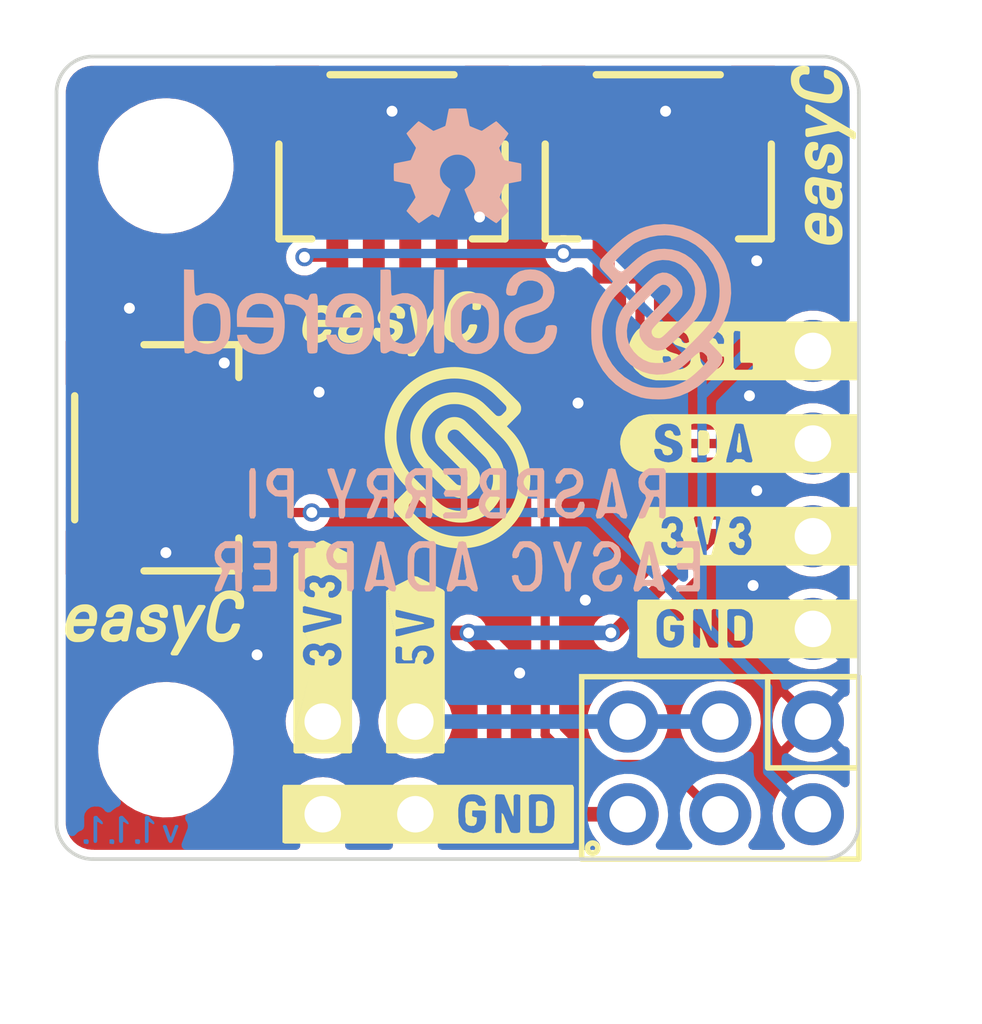
<source format=kicad_pcb>
(kicad_pcb (version 20210623) (generator pcbnew)
  (title_block (title "Raspberry Pi easyC adapter") (date "2021-07-12") (rev "V1.1.1.") (company "SOLDERED") (comment 1 "333019"))
  (layers (0 "F.Cu" signal) (31 "B.Cu" signal) (34 "B.Paste" user) (35 "F.Paste" user) (36 "B.SilkS" user "B.Silkscreen") (37 "F.SilkS" user "F.Silkscreen") (38 "B.Mask" user) (39 "F.Mask" user) (44 "Edge.Cuts" user))
  (net 0 "")
  (net 1 "5V")
  (net 2 "GND")
  (net 3 "3V3")
  (net 4 "SCL")
  (net 5 "SDA")
  (footprint "e-radionica.com footprinti:HOLE_3.2mm" (layer "F.Cu") (at 103 106)
    (fp_text reference "H2" hide)
    (fp_text value "HOLE_3.2mm" hide)
    (pad "" np_thru_hole circle locked (at 0 0) (size 3.2 3.2) (drill 3.2) (layers F&B.Cu *.Mask))
  )
  (footprint "buzzardLabel" (layer "F.Cu") (at 122.4 113.61)
    (fp_text reference "" (at 0 0) (layer "F.SilkS") (effects (font (size 1.27 1.27))))
    (fp_text value "" (at 0 0) (layer "F.SilkS") (effects (font (size 1.27 1.27))))
  )
  (footprint "Soldered Graphics:Logo-Back-OSH-3.5mm" (layer "F.Cu") (at 111 106)
    (fp_text reference "G***" hide)
    (fp_text value "LOGO" hide)
  )
  (footprint "buzzardLabel" (layer "F.Cu") (at 122.4 118.69)
    (fp_text reference "" (at 0 0) (layer "F.SilkS") (effects (font (size 1.27 1.27))))
    (fp_text value "" (at 0 0) (layer "F.SilkS") (effects (font (size 1.27 1.27))))
  )
  (footprint "e-radionica.com footprinti:HOLE_3.2mm" (layer "F.Cu") (at 103 122)
    (fp_text reference "H1" hide)
    (fp_text value "HOLE_3.2mm" hide)
    (pad "" np_thru_hole circle locked (at 0 0) (size 3.2 3.2) (drill 3.2) (layers F&B.Cu *.Mask))
  )
  (footprint "buzzardLabel" (layer "F.Cu") (at 109.84 122.5 90)
    (fp_text reference "" (at 0 0 90) (layer "F.SilkS") (effects (font (size 1.27 1.27))))
    (fp_text value "" (at 0 0 90) (layer "F.SilkS") (effects (font (size 1.27 1.27))))
  )
  (footprint "Soldered Graphics:Logo-Front-easyC-5mm" (layer "F.Cu") (at 102.7 118.5)
    (fp_text reference "G***" hide)
    (fp_text value "LOGO" hide)
  )
  (footprint "Soldered Graphics:Logo-Front-Soldered-5mm" (layer "F.Cu") (at 111 114)
    (fp_text reference "G***" hide)
    (fp_text value "LOGO" hide)
  )
  (footprint "e-radionica.com footprinti:HEADER_MALE_2X1" (layer "F.Cu") (at 107.3 122.5 90)
    (fp_text reference "K2")
    (fp_text value "HEADER_MALE_2X1")
    (pad "1" thru_hole circle locked (at -1.27 0 90) (size 1.524 1.524) (drill 1) (layers *.Cu *.Mask) (net 2 "GND"))
    (pad "2" thru_hole circle locked (at 1.27 0 90) (size 1.524 1.524) (drill 1) (layers *.Cu *.Mask) (net 3 "3V3"))
  )
  (footprint "buzzardLabel" (layer "F.Cu") (at 107.3 122.5 90)
    (fp_text reference "" (at 0 0 90) (layer "F.SilkS") (effects (font (size 1.27 1.27))))
    (fp_text value "" (at 0 0 90) (layer "F.SilkS") (effects (font (size 1.27 1.27))))
  )
  (footprint "e-radionica.com footprinti:HEADER_MALE_4X1" (layer "F.Cu") (at 120.74 114.88 90)
    (fp_text reference "K6")
    (fp_text value "HEADER_MALE_4X1")
    (pad "1" thru_hole circle locked (at -3.81 0 90) (size 1.7 1.7) (drill 1) (layers *.Cu *.Mask) (net 2 "GND"))
    (pad "2" thru_hole circle locked (at -1.27 0 90) (size 1.7 1.7) (drill 1) (layers *.Cu *.Mask) (net 3 "3V3"))
    (pad "3" thru_hole circle locked (at 1.27 0 90) (size 1.7 1.7) (drill 1) (layers *.Cu *.Mask) (net 5 "SDA"))
    (pad "4" thru_hole circle locked (at 3.81 0 90) (size 1.7 1.7) (drill 1) (layers *.Cu *.Mask) (net 4 "SCL"))
  )
  (footprint "buzzardLabel" (layer "F.Cu") (at 122.4 111.07)
    (fp_text reference "" (at 0 0) (layer "F.SilkS") (effects (font (size 1.27 1.27))))
    (fp_text value "" (at 0 0) (layer "F.SilkS") (effects (font (size 1.27 1.27))))
  )
  (footprint "Soldered Graphics:Logo-Back-SolderedFULL-15mm" (layer "F.Cu") (at 111 110)
    (fp_text reference "REF**" hide)
    (fp_text value "Logo-Front-SolderedFULL-15mm" hide)
  )
  (footprint "e-radionica.com footprinti:FIDUCIAL_23" (layer "F.Cu") (at 101.9 114)
    (fp_text reference "FD1")
    (fp_text value "FIDUCIAL")
    (fp_circle (center 0 0) (end 1 0) (layer "F.Cu") (width 0.2) (fill none))
    (pad "1" smd circle (at 0 0) (size 1 1) (layers "F.Cu" "F.Paste" "F.Mask") (clearance 1.1))
  )
  (footprint "Soldered Graphics:Logo-Front-easyC-5mm" (layer "F.Cu") (at 121 105.7 90)
    (fp_text reference "G***" hide)
    (fp_text value "LOGO" hide)
  )
  (footprint "e-radionica.com footprinti:HEADER_MALE_2X1" (layer "F.Cu") (at 109.84 122.5 90)
    (fp_text reference "K1")
    (fp_text value "HEADER_MALE_2X1")
    (pad "1" thru_hole circle locked (at -1.27 0 90) (size 1.524 1.524) (drill 1) (layers *.Cu *.Mask) (net 2 "GND"))
    (pad "2" thru_hole circle locked (at 1.27 0 90) (size 1.524 1.524) (drill 1) (layers *.Cu *.Mask) (net 1 "5V"))
  )
  (footprint "buzzardLabel" (layer "F.Cu") (at 105.8 123.77)
    (fp_text reference "" (at 0 0) (layer "F.SilkS") (effects (font (size 1.27 1.27))))
    (fp_text value "" (at 0 0) (layer "F.SilkS") (effects (font (size 1.27 1.27))))
  )
  (footprint "buzzardLabel" (layer "F.Cu") (at 122.4 116.15)
    (fp_text reference "" (at 0 0) (layer "F.SilkS") (effects (font (size 1.27 1.27))))
    (fp_text value "" (at 0 0) (layer "F.SilkS") (effects (font (size 1.27 1.27))))
  )
  (footprint "Soldered Graphics:Logo-Front-easyC-5mm" (layer "F.Cu") (at 109.2 110.3)
    (fp_text reference "G***" hide)
    (fp_text value "LOGO" hide)
  )
  (footprint "e-radionica.com footprinti:easyC-connector" (layer "F.Cu") (at 103.3 114 90)
    (fp_text reference "K7")
    (fp_text value "easyC-SMD")
    (pad "1" smd rect locked (at -1.5 2.15 90) (size 0.6 1.55) (layers "F.Cu" "F.Paste" "F.Mask") (net 4 "SCL"))
    (pad "2" smd rect locked (at -0.5 2.15 90) (size 0.6 1.55) (layers "F.Cu" "F.Paste" "F.Mask") (net 5 "SDA"))
    (pad "3" smd rect locked (at 0.5 2.15 90) (size 0.6 1.55) (layers "F.Cu" "F.Paste" "F.Mask") (net 3 "3V3"))
    (pad "4" smd rect locked (at 1.5 2.15 90) (size 0.6 1.55) (layers "F.Cu" "F.Paste" "F.Mask") (net 2 "GND"))
    (pad "5" smd rect locked (at -2.6 -2.15 90) (size 1.2 1.8) (layers "F.Cu" "F.Paste" "F.Mask") (net 2 "GND"))
    (pad "5" smd rect locked (at 2.6 -2.15 90) (size 1.2 1.8) (layers "F.Cu" "F.Paste" "F.Mask") (net 2 "GND"))
  )
  (footprint "e-radionica.com footprinti:easyC-connector" (layer "F.Cu") (at 116.5 106.3)
    (fp_text reference "K4")
    (fp_text value "easyC-SMD")
    (pad "1" smd rect locked (at -1.5 2.15) (size 0.6 1.55) (layers "F.Cu" "F.Paste" "F.Mask") (net 4 "SCL"))
    (pad "2" smd rect locked (at -0.5 2.15) (size 0.6 1.55) (layers "F.Cu" "F.Paste" "F.Mask") (net 5 "SDA"))
    (pad "3" smd rect locked (at 0.5 2.15) (size 0.6 1.55) (layers "F.Cu" "F.Paste" "F.Mask") (net 3 "3V3"))
    (pad "4" smd rect locked (at 1.5 2.15) (size 0.6 1.55) (layers "F.Cu" "F.Paste" "F.Mask") (net 2 "GND"))
    (pad "5" smd rect locked (at 2.6 -2.15) (size 1.2 1.8) (layers "F.Cu" "F.Paste" "F.Mask") (net 2 "GND"))
    (pad "5" smd rect locked (at -2.6 -2.15) (size 1.2 1.8) (layers "F.Cu" "F.Paste" "F.Mask") (net 2 "GND"))
  )
  (footprint "e-radionica.com footprinti:easyC-connector" (layer "F.Cu") (at 109.2 106.3)
    (fp_text reference "K5")
    (fp_text value "easyC-SMD")
    (pad "1" smd rect locked (at -1.5 2.15) (size 0.6 1.55) (layers "F.Cu" "F.Paste" "F.Mask") (net 4 "SCL"))
    (pad "2" smd rect locked (at -0.5 2.15) (size 0.6 1.55) (layers "F.Cu" "F.Paste" "F.Mask") (net 5 "SDA"))
    (pad "3" smd rect locked (at 0.5 2.15) (size 0.6 1.55) (layers "F.Cu" "F.Paste" "F.Mask") (net 3 "3V3"))
    (pad "4" smd rect locked (at 1.5 2.15) (size 0.6 1.55) (layers "F.Cu" "F.Paste" "F.Mask") (net 2 "GND"))
    (pad "5" smd rect locked (at 2.6 -2.15) (size 1.2 1.8) (layers "F.Cu" "F.Paste" "F.Mask") (net 2 "GND"))
    (pad "5" smd rect locked (at -2.6 -2.15) (size 1.2 1.8) (layers "F.Cu" "F.Paste" "F.Mask") (net 2 "GND"))
  )
  (footprint "e-radionica.com footprinti:HEADER_MALE_3X2" (layer "F.Cu") (at 118.2 122.5)
    (fp_text reference "K3")
    (fp_text value "HEADER_MALE_3X2")
    (pad "1" thru_hole circle locked (at -2.54 1.27) (size 1.7 1.7) (drill 1) (layers *.Cu *.Mask) (net 3 "3V3"))
    (pad "2" thru_hole circle locked (at 0 1.27) (size 1.7 1.7) (drill 1) (layers *.Cu *.Mask) (net 5 "SDA"))
    (pad "3" thru_hole circle locked (at 2.54 1.27) (size 1.7 1.7) (drill 1) (layers *.Cu *.Mask) (net 4 "SCL"))
    (pad "4" thru_hole circle locked (at 2.54 -1.27) (size 1.7 1.7) (drill 1) (layers *.Cu *.Mask) (net 2 "GND"))
    (pad "5" thru_hole circle locked (at 0 -1.27) (size 1.7 1.7) (drill 1) (layers *.Cu *.Mask) (net 1 "5V"))
    (pad "6" thru_hole circle locked (at -2.54 -1.27) (size 1.7 1.7) (drill 1) (layers *.Cu *.Mask) (net 1 "5V"))
  )
  (footprint "buzzardLabel" (layer "B.Cu") (at 111 117 180)
    (fp_text reference "" (at 0 0) (layer "B.SilkS") (effects (font (size 1.27 1.27)) (justify mirror)))
    (fp_text value "" (at 0 0) (layer "B.SilkS") (effects (font (size 1.27 1.27)) (justify mirror)))
  )
  (footprint "Soldered Graphics:Version1.1.1." (layer "B.Cu") (at 102 124.2 180)
    (fp_text reference "REF**" hide)
    (fp_text value "Version1.1.1." hide)
    (fp_poly (pts (xy 1.14 -0.38) (xy 1.19 -0.38) (xy 1.24 -0.37) (xy 1.25 -0.33) (xy 1.25 -0.27) (xy 1.2 -0.26) (xy 1.15 -0.26) (xy 1.12 -0.29) (xy 1.12 -0.34) (xy 1.14 -0.38)) (layer "B.Cu") (width 0.01) (fill solid))
    (fp_poly (pts (xy -0.5 -0.35) (xy -0.44 -0.35) (xy -0.43 -0.31) (xy -0.43 0.35) (xy -0.46 0.38) (xy -0.52 0.38) (xy -0.55 0.34) (xy -0.67 0.22) (xy -0.68 0.17) (xy -0.65 0.16) (xy -0.56 0.22) (xy -0.52 0.23) (xy -0.52 -0.31) (xy -0.5 -0.35)) (layer "B.Cu") (width 0.01) (fill solid))
    (fp_poly (pts (xy -1.15 -0.35) (xy -1.1 -0.35) (xy -1.07 -0.31) (xy -0.92 0.1) (xy -0.94 0.13) (xy -0.99 0.13) (xy -1.02 0.1) (xy -1.11 -0.16) (xy -1.13 -0.21) (xy -1.15 -0.17) (xy -1.24 0.09) (xy -1.26 0.13) (xy -1.32 0.13) (xy -1.34 0.1) (xy -1.18 -0.31) (xy -1.15 -0.35)) (layer "B.Cu") (width 0.01) (fill solid))
    (fp_poly (pts (xy 0.91 -0.35) (xy 0.96 -0.35) (xy 0.98 -0.31) (xy 0.98 0.35) (xy 0.95 0.38) (xy 0.89 0.38) (xy 0.86 0.34) (xy 0.74 0.22) (xy 0.73 0.17) (xy 0.76 0.16) (xy 0.85 0.22) (xy 0.89 0.23) (xy 0.89 -0.31) (xy 0.91 -0.35)) (layer "B.Cu") (width 0.01) (fill solid))
    (fp_poly (pts (xy 0.21 -0.35) (xy 0.26 -0.35) (xy 0.28 -0.31) (xy 0.28 0.35) (xy 0.24 0.38) (xy 0.19 0.38) (xy 0.15 0.34) (xy 0.04 0.22) (xy 0.02 0.17) (xy 0.05 0.16) (xy 0.14 0.22) (xy 0.18 0.23) (xy 0.18 -0.31) (xy 0.21 -0.35)) (layer "B.Cu") (width 0.01) (fill solid))
    (fp_poly (pts (xy -0.27 -0.38) (xy -0.22 -0.38) (xy -0.17 -0.37) (xy -0.16 -0.33) (xy -0.16 -0.27) (xy -0.21 -0.26) (xy -0.26 -0.26) (xy -0.29 -0.29) (xy -0.29 -0.34) (xy -0.27 -0.38)) (layer "B.Cu") (width 0.01) (fill solid))
    (fp_poly (pts (xy 0.43 -0.38) (xy 0.48 -0.38) (xy 0.54 -0.37) (xy 0.54 -0.33) (xy 0.54 -0.27) (xy 0.5 -0.26) (xy 0.45 -0.26) (xy 0.42 -0.29) (xy 0.42 -0.34) (xy 0.43 -0.38)) (layer "B.Cu") (width 0.01) (fill solid))
  )
  (footprint "buzzardLabel" (layer "B.Cu") (at 111 115 180)
    (fp_text reference "" (at 0 0) (layer "B.SilkS") (effects (font (size 1.27 1.27)) (justify mirror)))
    (fp_text value "" (at 0 0) (layer "B.SilkS") (effects (font (size 1.27 1.27)) (justify mirror)))
  )
  (gr_circle (center 114.7 124.7) (end 114.8 124.6) (layer "F.SilkS") (width 0.15) (fill none))
  (gr_rect (start 114.4 120) (end 122 125) (layer "F.SilkS") (width 0.15) (fill none))
  (gr_rect (start 119.5 120) (end 122 122.5) (layer "F.SilkS") (width 0.15) (fill none))
  (gr_line (start 122 104) (end 122 124) (layer "Edge.Cuts") (width 0.1))
  (gr_arc (start 121 104) (end 121 103) (angle 90) (layer "Edge.Cuts") (width 0.1))
  (gr_line (start 100 124) (end 100 104) (layer "Edge.Cuts") (width 0.1))
  (gr_line (start 121 125) (end 101 125) (layer "Edge.Cuts") (width 0.1))
  (gr_arc (start 121 124) (end 122 124) (angle 90) (layer "Edge.Cuts") (width 0.1))
  (gr_arc (start 101 104) (end 101 103) (angle -90) (layer "Edge.Cuts") (width 0.1))
  (gr_line (start 101 103) (end 121 103) (layer "Edge.Cuts") (width 0.1))
  (gr_arc (start 101 124) (end 101 125) (angle 90) (layer "Edge.Cuts") (width 0.1))
  (segment (start 115.66 121.23) (end 109.84 121.23) (width 0.4) (layer "B.Cu") (net 1))
  (segment (start 115.66 121.23) (end 118.2 121.23) (width 0.4) (layer "B.Cu") (net 1))
  (via (at 119 112.3) (size 0.5) (drill 0.3) (layers "F.Cu" "B.Cu") (net 2))
  (via (at 102 109.9) (size 0.5) (drill 0.3) (layers "F.Cu" "B.Cu") (net 2))
  (via (at 107.2 112.2) (size 0.5) (drill 0.3) (layers "F.Cu" "B.Cu") (net 2))
  (via (at 114.5 117.9) (size 0.5) (drill 0.3) (layers "F.Cu" "B.Cu") (net 2))
  (via (at 111.6 107.4) (size 0.5) (drill 0.3) (layers "F.Cu" "B.Cu") (net 2))
  (via (at 109.2 104.5) (size 0.5) (drill 0.3) (layers "F.Cu" "B.Cu") (net 2))
  (via (at 103 116.6) (size 0.5) (drill 0.3) (layers "F.Cu" "B.Cu") (net 2))
  (via (at 119.1 117.5) (size 0.5) (drill 0.3) (layers "F.Cu" "B.Cu") (net 2))
  (via (at 105.5 119.4) (size 0.5) (drill 0.3) (layers "F.Cu" "B.Cu") (net 2))
  (via (at 119.2 114.9) (size 0.5) (drill 0.3) (layers "F.Cu" "B.Cu") (net 2))
  (via (at 116.7 104.5) (size 0.5) (drill 0.3) (layers "F.Cu" "B.Cu") (net 2))
  (via (at 119.2 108.6) (size 0.5) (drill 0.3) (layers "F.Cu" "B.Cu") (net 2))
  (via (at 114.3 112.5) (size 0.5) (drill 0.3) (layers "F.Cu" "B.Cu") (net 2))
  (via (at 104.6 111.4) (size 0.5) (drill 0.3) (layers "F.Cu" "B.Cu") (net 2))
  (via (at 112.7 119.9) (size 0.5) (drill 0.3) (layers "F.Cu" "B.Cu") (net 2))
  (segment (start 113.37 123.77) (end 112 122.4) (width 0.4) (layer "F.Cu") (net 3))
  (segment (start 106.5 118.8) (end 103.8 116.1) (width 0.4) (layer "F.Cu") (net 3))
  (segment (start 115.66 123.77) (end 113.37 123.77) (width 0.4) (layer "F.Cu") (net 3))
  (segment (start 108.1 118.8) (end 107.3 119.6) (width 0.4) (layer "F.Cu") (net 3))
  (segment (start 115.3 118.8) (end 117.95 116.15) (width 0.4) (layer "F.Cu") (net 3))
  (segment (start 104.4 113.5) (end 105.45 113.5) (width 0.4) (layer "F.Cu") (net 3))
  (segment (start 112 122.4) (end 112 119.5) (width 0.4) (layer "F.Cu") (net 3))
  (segment (start 117 107.1) (end 116.4 106.5) (width 0.4) (layer "F.Cu") (net 3))
  (segment (start 103.8 116.1) (end 103.8 114.1) (width 0.4) (layer "F.Cu") (net 3))
  (segment (start 112 119.5) (end 111.3 118.8) (width 0.4) (layer "F.Cu") (net 3))
  (segment (start 115.2 118.8) (end 115.3 118.8) (width 0.4) (layer "F.Cu") (net 3))
  (segment (start 109 106.5) (end 109.7 107.2) (width 0.4) (layer "F.Cu") (net 3))
  (segment (start 103.8 114.1) (end 104.4 113.5) (width 0.4) (layer "F.Cu") (net 3))
  (segment (start 107.2 106.5) (end 109 106.5) (width 0.4) (layer "F.Cu") (net 3))
  (segment (start 109.7 107.2) (end 109.7 108.45) (width 0.4) (layer "F.Cu") (net 3))
  (segment (start 108.1 118.8) (end 106.5 118.8) (width 0.4) (layer "F.Cu") (net 3))
  (segment (start 111.3 118.8) (end 108.1 118.8) (width 0.4) (layer "F.Cu") (net 3))
  (segment (start 103.8 109.9) (end 107.2 106.5) (width 0.4) (layer "F.Cu") (net 3))
  (segment (start 116.4 106.5) (end 109 106.5) (width 0.4) (layer "F.Cu") (net 3))
  (segment (start 107.3 119.6) (end 107.3 121.23) (width 0.4) (layer "F.Cu") (net 3))
  (segment (start 117.95 116.15) (end 120.74 116.15) (width 0.4) (layer "F.Cu") (net 3))
  (segment (start 103.8 114.1) (end 103.8 109.9) (width 0.4) (layer "F.Cu") (net 3))
  (segment (start 117 108.45) (end 117 107.1) (width 0.4) (layer "F.Cu") (net 3))
  (via (at 115.2 118.8) (size 0.5) (drill 0.3) (layers "F.Cu" "B.Cu") (net 3))
  (via (at 111.3 118.8) (size 0.5) (drill 0.3) (layers "F.Cu" "B.Cu") (net 3))
  (segment (start 115.2 118.8) (end 111.3 118.8) (width 0.4) (layer "B.Cu") (net 3))
  (segment (start 113.9 108.4) (end 114.95 108.4) (width 0.254) (layer "F.Cu") (net 4))
  (segment (start 114.95 108.4) (end 115 108.45) (width 0.254) (layer "F.Cu") (net 4))
  (segment (start 105.45 115.5) (end 107 115.5) (width 0.254) (layer "F.Cu") (net 4))
  (segment (start 107.65 108.5) (end 107.7 108.45) (width 0.254) (layer "F.Cu") (net 4))
  (segment (start 106.8 108.5) (end 107.65 108.5) (width 0.254) (layer "F.Cu") (net 4))
  (via (at 113.9 108.4) (size 0.5) (drill 0.3) (layers "F.Cu" "B.Cu") (net 4))
  (via (at 107 115.5) (size 0.5) (drill 0.3) (layers "F.Cu" "B.Cu") (net 4))
  (via (at 106.8 108.5) (size 0.5) (drill 0.3) (layers "F.Cu" "B.Cu") (net 4))
  (segment (start 118.93 111.07) (end 120.74 111.07) (width 0.254) (layer "B.Cu") (net 4))
  (segment (start 107 115.5) (end 114.7 115.5) (width 0.254) (layer "B.Cu") (net 4))
  (segment (start 117.7 111.5) (end 117.7 112.3) (width 0.254) (layer "B.Cu") (net 4))
  (segment (start 119.5 122.6) (end 119.5 120.3) (width 0.254) (layer "B.Cu") (net 4))
  (segment (start 106.9 108.4) (end 106.8 108.5) (width 0.254) (layer "B.Cu") (net 4))
  (segment (start 114.6 108.4) (end 117.7 111.5) (width 0.254) (layer "B.Cu") (net 4))
  (segment (start 117.7 112.3) (end 118.93 111.07) (width 0.254) (layer "B.Cu") (net 4))
  (segment (start 120.67 123.77) (end 119.5 122.6) (width 0.254) (layer "B.Cu") (net 4))
  (segment (start 119.5 120.3) (end 117.7 118.5) (width 0.254) (layer "B.Cu") (net 4))
  (segment (start 120.74 123.77) (end 120.67 123.77) (width 0.254) (layer "B.Cu") (net 4))
  (segment (start 114.7 115.5) (end 117.7 118.5) (width 0.254) (layer "B.Cu") (net 4))
  (segment (start 113.9 108.4) (end 106.9 108.4) (width 0.254) (layer "B.Cu") (net 4))
  (segment (start 117.7 118.5) (end 117.7 112.3) (width 0.254) (layer "B.Cu") (net 4))
  (segment (start 113.9 108.4) (end 114.6 108.4) (width 0.254) (layer "B.Cu") (net 4))
  (segment (start 118.2 123.77) (end 118.07 123.77) (width 0.254) (layer "F.Cu") (net 5))
  (segment (start 113.4 121.6) (end 113.4 114.5) (width 0.254) (layer "F.Cu") (net 5))
  (segment (start 116 112.9) (end 115.29 113.61) (width 0.254) (layer "F.Cu") (net 5))
  (segment (start 120.74 113.61) (end 115.29 113.61) (width 0.254) (layer "F.Cu") (net 5))
  (segment (start 114.207011 122.407011) (end 113.4 121.6) (width 0.254) (layer "F.Cu") (net 5))
  (segment (start 107.51 113.61) (end 107.5 113.6) (width 0.254) (layer "F.Cu") (net 5))
  (segment (start 115.29 113.61) (end 114.29 113.61) (width 0.254) (layer "F.Cu") (net 5))
  (segment (start 113.91 113.99) (end 114.29 113.61) (width 0.254) (layer "F.Cu") (net 5))
  (segment (start 116.707011 122.407011) (end 114.207011 122.407011) (width 0.254) (layer "F.Cu") (net 5))
  (segment (start 105.45 114.5) (end 106.6 114.5) (width 0.254) (layer "F.Cu") (net 5))
  (segment (start 108.7 112.4) (end 108.7 108.45) (width 0.254) (layer "F.Cu") (net 5))
  (segment (start 107.5 113.6) (end 108.7 112.4) (width 0.254) (layer "F.Cu") (net 5))
  (segment (start 113.91 113.61) (end 107.51 113.61) (width 0.254) (layer "F.Cu") (net 5))
  (segment (start 114.29 113.61) (end 113.91 113.61) (width 0.254) (layer "F.Cu") (net 5))
  (segment (start 116 108.45) (end 116 112.9) (width 0.254) (layer "F.Cu") (net 5))
  (segment (start 106.6 114.5) (end 107.5 113.6) (width 0.254) (layer "F.Cu") (net 5))
  (segment (start 113.4 114.5) (end 114.29 113.61) (width 0.254) (layer "F.Cu") (net 5))
  (segment (start 118.07 123.77) (end 116.707011 122.407011) (width 0.254) (layer "F.Cu") (net 5))
  (zone (net 2) (net_name "GND") (layers F&B.Cu) (connect_pads (clearance 0.254)) (min_thickness 0.254) (fill yes (thermal_gap 0.254) (thermal_bridge_width 0.254))
    (polygon (pts (xy 122 125) (xy 100 125) (xy 100 103) (xy 122 103)))
  )
)
</source>
